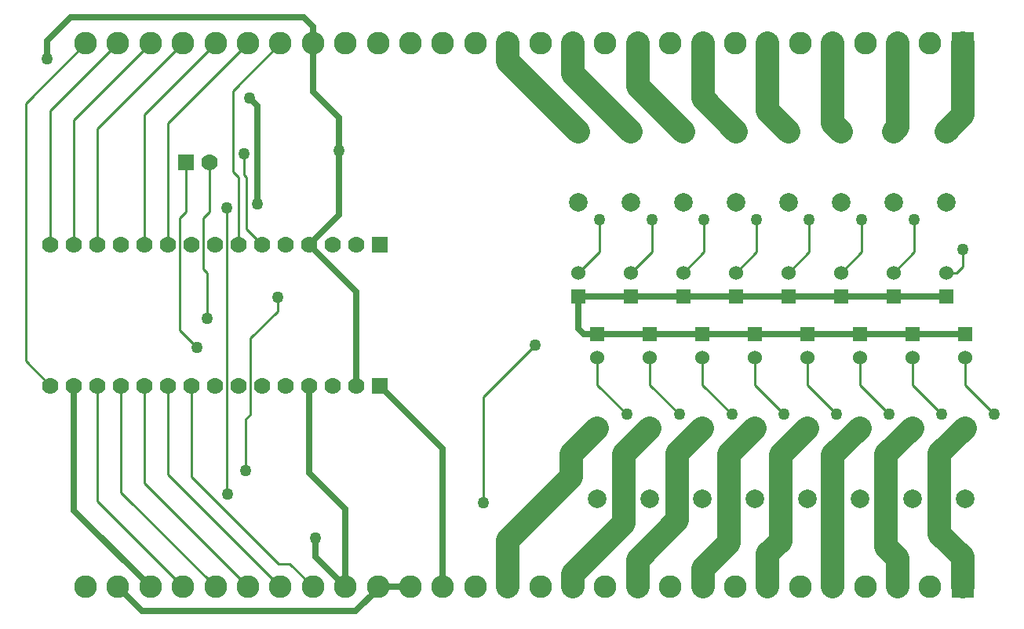
<source format=gbl>
%FSLAX25Y25*%
%MOIN*%
G70*
G01*
G75*
G04 Layer_Physical_Order=4*
G04 Layer_Color=16711680*
%ADD10R,0.05709X0.06102*%
%ADD11R,0.03740X0.02756*%
%ADD12R,0.03740X0.09055*%
%ADD13R,0.26772X0.28740*%
%ADD14O,0.08858X0.02362*%
%ADD15O,0.02362X0.09055*%
%ADD16O,0.09055X0.02362*%
%ADD17R,0.03543X0.03740*%
%ADD18R,0.02756X0.03740*%
%ADD19R,0.03150X0.03937*%
%ADD20R,0.03740X0.03543*%
%ADD21R,0.03937X0.03150*%
%ADD22C,0.02500*%
%ADD23C,0.01000*%
%ADD24R,0.09600X0.09600*%
%ADD25C,0.09600*%
%ADD26C,0.07000*%
%ADD27R,0.07000X0.07000*%
%ADD28C,0.06000*%
%ADD29R,0.06000X0.06000*%
%ADD30C,0.07874*%
%ADD31C,0.05000*%
%ADD32C,0.04000*%
%ADD33C,0.09100*%
G04:AMPARAMS|DCode=34|XSize=111mil|YSize=111mil|CornerRadius=0mil|HoleSize=0mil|Usage=FLASHONLY|Rotation=0.000|XOffset=0mil|YOffset=0mil|HoleType=Round|Shape=Relief|Width=10mil|Gap=10mil|Entries=4|*
%AMTHD34*
7,0,0,0.11100,0.09100,0.01000,45*
%
%ADD34THD34*%
%ADD35C,0.08000*%
%ADD36C,0.07937*%
%ADD37C,0.06800*%
G04:AMPARAMS|DCode=38|XSize=99.37mil|YSize=99.37mil|CornerRadius=0mil|HoleSize=0mil|Usage=FLASHONLY|Rotation=0.000|XOffset=0mil|YOffset=0mil|HoleType=Round|Shape=Relief|Width=10mil|Gap=10mil|Entries=4|*
%AMTHD38*
7,0,0,0.09937,0.07937,0.01000,45*
%
%ADD38THD38*%
%ADD39C,0.10000*%
D22*
X-280700Y134500D02*
X-276900Y130700D01*
X-380000Y134500D02*
X-280700D01*
X-389800Y124700D02*
X-380000Y134500D01*
X-389800Y117100D02*
Y124700D01*
Y117100D02*
X-389700Y117000D01*
X-275900Y-94700D02*
Y-86900D01*
Y-94700D02*
X-263100Y-107500D01*
X-248450Y-21950D02*
X-221700Y-48700D01*
Y-107500D02*
Y-48700D01*
X-378450Y-74950D02*
X-345900Y-107500D01*
X-378450Y-74950D02*
Y-21950D01*
X-359700Y-107500D02*
X-349400Y-117800D01*
X-258700D01*
X-249300Y-108400D01*
Y-107500D01*
X-263100D02*
Y-74500D01*
X-278450Y-59150D02*
Y-21950D01*
Y-59150D02*
X-263100Y-74500D01*
X-22300Y0D02*
X0D01*
X-44600D02*
X-22300D01*
X-66900D02*
X-44600D01*
X-89200D02*
X-66900D01*
X-111500D02*
X-89200D01*
X-133800D02*
X-111500D01*
X-156100D02*
X-133800D01*
X-164200Y15900D02*
X-164100Y16000D01*
X-164200Y2400D02*
Y15900D01*
Y2400D02*
X-161800Y0D01*
X-156100D01*
X-164100Y16000D02*
X-141800D01*
X-119500D01*
X-97200D01*
X-74900D01*
X-52600D01*
X-30300D01*
X-8000D01*
X-278450Y38050D02*
X-258450Y18050D01*
Y-21950D02*
Y18050D01*
X-249300Y-107500D02*
X-235500D01*
X-265900Y50600D02*
Y77800D01*
X-278450Y38050D02*
X-265900Y50600D01*
X-276900Y102800D02*
Y123500D01*
Y102800D02*
X-265900Y91800D01*
Y77800D02*
Y91800D01*
X-276900Y123500D02*
Y130700D01*
X-303800Y100300D02*
X-300500Y97000D01*
Y55200D02*
Y97000D01*
D23*
X-323450Y49400D02*
X-320800Y52050D01*
Y73000D01*
X-333450Y49300D02*
X-330800Y51950D01*
Y73000D01*
X-204500Y-26600D02*
X-182500Y-4600D01*
X-204500Y-71800D02*
Y-26600D01*
X-286700Y-97700D02*
X-276900Y-107500D01*
X-291400Y-97700D02*
X-286700D01*
X-328450Y-60650D02*
X-291400Y-97700D01*
X-328450Y-60650D02*
Y-21950D01*
X-338450Y-59750D02*
X-290700Y-107500D01*
X-338450Y-59750D02*
Y-21950D01*
X-348450Y-63550D02*
X-304500Y-107500D01*
X-348450Y-63550D02*
Y-21950D01*
X-358450Y-67350D02*
X-318300Y-107500D01*
X-358450Y-67350D02*
Y-21950D01*
X-368450Y-71150D02*
X-332100Y-107500D01*
X-368450Y-71150D02*
Y-21950D01*
X-313450Y-67650D02*
Y53700D01*
X-323450Y27650D02*
Y49400D01*
X-800Y28600D02*
Y35800D01*
X-3400Y26000D02*
X-800Y28600D01*
X-8000Y26000D02*
X-3400D01*
X-21500Y34800D02*
Y48700D01*
X-30300Y26000D02*
X-21500Y34800D01*
X-43800D02*
Y48700D01*
X-52600Y26000D02*
X-43800Y34800D01*
X-66100D02*
Y48700D01*
X-74900Y26000D02*
X-66100Y34800D01*
X-88400D02*
Y48700D01*
X-97200Y26000D02*
X-88400Y34800D01*
X-110700D02*
Y48700D01*
X-119500Y26000D02*
X-110700Y34800D01*
X-133000D02*
Y48700D01*
X-141800Y26000D02*
X-133000Y34800D01*
X-164100Y26000D02*
X-155300Y34800D01*
Y48700D01*
X-156100Y-21600D02*
Y-10000D01*
Y-21600D02*
X-143600Y-34100D01*
X-133800Y-21600D02*
X-121300Y-34100D01*
X-133800Y-21600D02*
Y-10000D01*
X-111500Y-21600D02*
X-99000Y-34100D01*
X-111500Y-21600D02*
Y-10000D01*
X-89200Y-21600D02*
X-76700Y-34100D01*
X-89200Y-21600D02*
Y-10000D01*
X-66900Y-21600D02*
X-54400Y-34100D01*
X-66900Y-21600D02*
Y-10000D01*
X-44600Y-21600D02*
X-32100Y-34100D01*
X-44600Y-21600D02*
Y-10000D01*
X-22300Y-21600D02*
X-9800Y-34100D01*
X-22300Y-21600D02*
Y-10000D01*
X0Y-21600D02*
X12500Y-34100D01*
X0Y-21600D02*
Y-10000D01*
X-399000Y-11400D02*
X-388450Y-21950D01*
X-399000Y-11400D02*
Y98000D01*
X-373500Y123500D01*
X-388450Y38050D02*
Y94750D01*
X-359700Y123500D01*
X-378450Y38050D02*
Y90950D01*
X-345900Y123500D01*
X-368450Y38050D02*
Y87150D01*
X-332100Y123500D01*
X-348450Y38050D02*
Y93350D01*
X-318300Y123500D01*
X-338450Y38050D02*
Y89550D01*
X-304500Y123500D01*
X-305100Y44700D02*
X-298450Y38050D01*
X-313450Y-67650D02*
X-313100Y-68000D01*
X-305600Y-58000D02*
Y-36300D01*
X-303450Y-34150D01*
Y-1750D01*
X-292000Y9700D02*
Y15500D01*
X-303450Y-1750D02*
X-292000Y9700D01*
X-305100Y44700D02*
Y66500D01*
X-310900Y103300D02*
X-290700Y123500D01*
X-321700Y6600D02*
Y25900D01*
X-323450Y27650D02*
X-321700Y25900D01*
X-333450Y1450D02*
X-326300Y-5700D01*
X-333450Y1450D02*
Y49300D01*
X-310900Y69000D02*
Y103300D01*
Y69000D02*
X-308450Y66550D01*
Y38050D02*
Y66550D01*
X-306200Y67600D02*
Y76500D01*
Y67600D02*
X-305100Y66500D01*
D24*
X-900Y-107500D02*
D03*
Y123500D02*
D03*
D25*
X-14700Y-107500D02*
D03*
X-28500D02*
D03*
X-42300D02*
D03*
X-56100D02*
D03*
X-69900D02*
D03*
X-83700D02*
D03*
X-97500D02*
D03*
X-111300D02*
D03*
X-125100D02*
D03*
X-138900D02*
D03*
X-152700D02*
D03*
X-166500D02*
D03*
X-180300D02*
D03*
X-194100D02*
D03*
X-207900D02*
D03*
X-221700D02*
D03*
X-235500D02*
D03*
X-249300D02*
D03*
X-263100D02*
D03*
X-276900D02*
D03*
X-290700D02*
D03*
X-304500D02*
D03*
X-318300D02*
D03*
X-332100D02*
D03*
X-345900D02*
D03*
X-359700D02*
D03*
X-373500D02*
D03*
X-14700Y123500D02*
D03*
X-28500D02*
D03*
X-42300D02*
D03*
X-56100D02*
D03*
X-69900D02*
D03*
X-83700D02*
D03*
X-97500D02*
D03*
X-111300D02*
D03*
X-125100D02*
D03*
X-138900D02*
D03*
X-152700D02*
D03*
X-166500D02*
D03*
X-180300D02*
D03*
X-194100D02*
D03*
X-207900D02*
D03*
X-221700D02*
D03*
X-235500D02*
D03*
X-249300D02*
D03*
X-263100D02*
D03*
X-276900D02*
D03*
X-290700D02*
D03*
X-304500D02*
D03*
X-318300D02*
D03*
X-332100D02*
D03*
X-345900D02*
D03*
X-359700D02*
D03*
X-373500D02*
D03*
D26*
X-320800Y73000D02*
D03*
X-388450Y38050D02*
D03*
X-378450D02*
D03*
X-368450D02*
D03*
X-358450D02*
D03*
X-348450D02*
D03*
X-338450D02*
D03*
X-328450D02*
D03*
X-298450D02*
D03*
X-308450D02*
D03*
X-318450D02*
D03*
X-258450D02*
D03*
X-268450D02*
D03*
X-278450D02*
D03*
X-288450D02*
D03*
X-388450Y-21950D02*
D03*
X-378450D02*
D03*
X-368450D02*
D03*
X-358450D02*
D03*
X-348450D02*
D03*
X-338450D02*
D03*
X-328450D02*
D03*
X-298450D02*
D03*
X-308450D02*
D03*
X-318450D02*
D03*
X-258450D02*
D03*
X-268450D02*
D03*
X-278450D02*
D03*
X-288450D02*
D03*
D27*
X-330800Y73000D02*
D03*
X-248450Y38050D02*
D03*
Y-21950D02*
D03*
D28*
X-22300Y-10000D02*
D03*
X-8000Y26000D02*
D03*
X-30300D02*
D03*
X-156100Y-10000D02*
D03*
X-133800D02*
D03*
X-111500D02*
D03*
X-89200D02*
D03*
X-66900D02*
D03*
X-44600D02*
D03*
X0D02*
D03*
X-164100Y26000D02*
D03*
X-141800D02*
D03*
X-119500D02*
D03*
X-97200D02*
D03*
X-74900D02*
D03*
X-52600D02*
D03*
D29*
X-22300Y0D02*
D03*
X-8000Y16000D02*
D03*
X-30300D02*
D03*
X-156100Y0D02*
D03*
X-133800D02*
D03*
X-111500D02*
D03*
X-89200D02*
D03*
X-66900D02*
D03*
X-44600D02*
D03*
X0D02*
D03*
X-164100Y16000D02*
D03*
X-141800D02*
D03*
X-119500D02*
D03*
X-97200D02*
D03*
X-74900D02*
D03*
X-52600D02*
D03*
D30*
X-22300Y-40000D02*
D03*
Y-70000D02*
D03*
X-8000Y56000D02*
D03*
Y86000D02*
D03*
X-30300Y56000D02*
D03*
Y86000D02*
D03*
X-156100Y-40000D02*
D03*
Y-70000D02*
D03*
X-133800Y-40000D02*
D03*
Y-70000D02*
D03*
X-111500Y-40000D02*
D03*
Y-70000D02*
D03*
X-89200Y-40000D02*
D03*
Y-70000D02*
D03*
X-66900Y-40000D02*
D03*
Y-70000D02*
D03*
X-44600Y-40000D02*
D03*
Y-70000D02*
D03*
X0Y-40000D02*
D03*
Y-70000D02*
D03*
X-164100Y56000D02*
D03*
Y86000D02*
D03*
X-141800Y56000D02*
D03*
Y86000D02*
D03*
X-119500Y56000D02*
D03*
Y86000D02*
D03*
X-97200Y56000D02*
D03*
Y86000D02*
D03*
X-74900Y56000D02*
D03*
Y86000D02*
D03*
X-52600Y56000D02*
D03*
Y86000D02*
D03*
D31*
X-275900Y-86900D02*
D03*
X-800Y35800D02*
D03*
X-21500Y48700D02*
D03*
X-43800D02*
D03*
X-66100D02*
D03*
X-88400D02*
D03*
X-110700D02*
D03*
X-133000D02*
D03*
X-155300D02*
D03*
X-143600Y-34100D02*
D03*
X-121300D02*
D03*
X-99000D02*
D03*
X-76700D02*
D03*
X-54400D02*
D03*
X-32100D02*
D03*
X-9800D02*
D03*
X12500D02*
D03*
X-265900Y77800D02*
D03*
X-306200Y76500D02*
D03*
X-305600Y-58000D02*
D03*
X-313100Y-68000D02*
D03*
X-204500Y-71800D02*
D03*
X-182500Y-4600D02*
D03*
X-313500Y53700D02*
D03*
X-292000Y15500D02*
D03*
X-300500Y55200D02*
D03*
X-303800Y100300D02*
D03*
X-321700Y6600D02*
D03*
X-326300Y-5700D02*
D03*
X-389700Y117000D02*
D03*
D39*
X-194100Y-87700D02*
X-167300Y-60900D01*
Y-51200D01*
X-156100Y-40000D01*
X-194100Y-107500D02*
Y-87700D01*
X-145000Y-51200D02*
X-133800Y-40000D01*
X-145000Y-80500D02*
Y-51200D01*
X-122100Y-50600D02*
X-111500Y-40000D01*
X-122100Y-79200D02*
Y-50600D01*
X-10700Y-50700D02*
X0Y-40000D01*
X-10700Y-85000D02*
Y-50700D01*
X-33400Y-51100D02*
X-22300Y-40000D01*
X-33400Y-90400D02*
Y-51100D01*
X-56100Y-107500D02*
Y-51500D01*
X-44600Y-40000D01*
X-28500Y-107500D02*
Y-95300D01*
X-33400Y-90400D02*
X-28500Y-95300D01*
X-166500Y-102000D02*
X-145000Y-80500D01*
X-166500Y-107500D02*
Y-102000D01*
X-138900Y-96000D02*
X-122100Y-79200D01*
X-138900Y-107500D02*
Y-96000D01*
X-100300Y-51100D02*
X-89200Y-40000D01*
X-100300Y-88800D02*
Y-51100D01*
X-111300Y-99800D02*
X-100300Y-88800D01*
X-111300Y-107500D02*
Y-99800D01*
X-78200Y-88000D02*
Y-51300D01*
X-83700Y-93500D02*
X-78200Y-88000D01*
X-83700Y-107500D02*
Y-93500D01*
X-78200Y-51300D02*
X-66900Y-40000D01*
X-10700Y-85000D02*
X-900Y-94800D01*
Y-107500D02*
Y-94800D01*
X-194100Y116000D02*
X-164100Y86000D01*
X-194100Y116000D02*
Y123500D01*
X-166500Y110700D02*
X-141800Y86000D01*
X-166500Y110700D02*
Y123500D01*
X-138900Y105400D02*
X-119500Y86000D01*
X-138900Y105400D02*
Y123500D01*
X-111300Y100100D02*
X-97200Y86000D01*
X-111300Y100100D02*
Y123500D01*
X-83700Y94800D02*
X-74900Y86000D01*
X-83700Y94800D02*
Y123500D01*
X-56100Y89500D02*
Y123500D01*
Y89500D02*
X-52600Y86000D01*
X-30300D02*
X-28500Y87800D01*
Y123500D01*
X-8000Y86000D02*
X-900Y93100D01*
Y123500D01*
M02*

</source>
